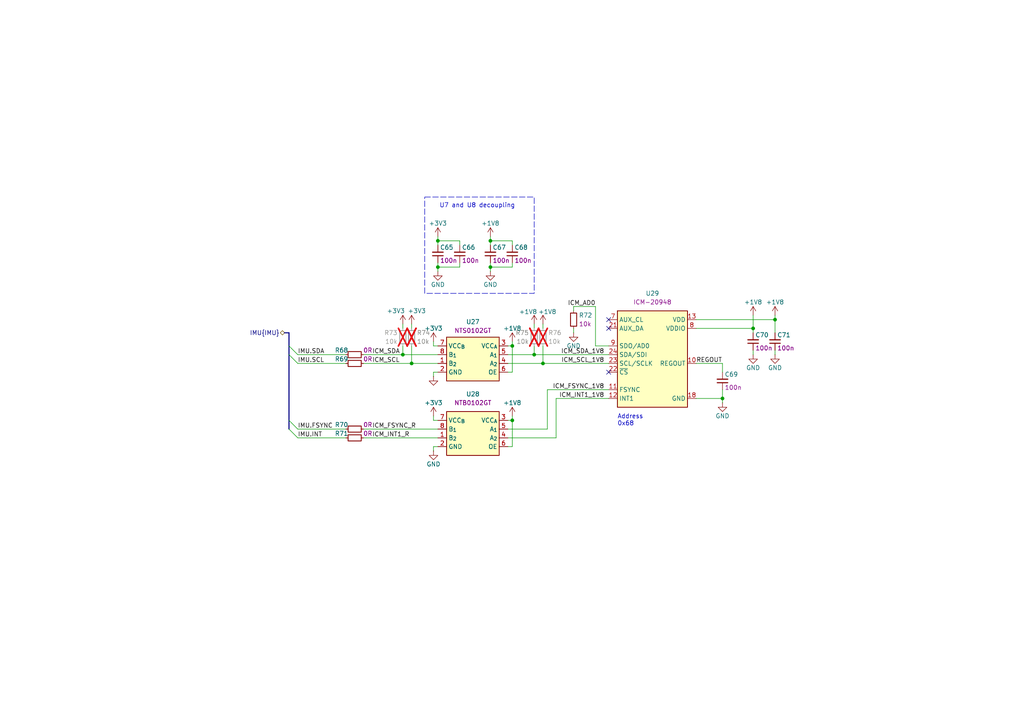
<source format=kicad_sch>
(kicad_sch (version 20231120) (generator "eeschema") (generator_version "8.0")
  (paper "A4")
  (lib_symbols
    (symbol "antmicroCapacitors0402:C_100n_0402" (pin_numbers hide) (pin_names hide)
      (property "Reference" "C" (at 20.32 -5.08 0))
      (property "Val" "100n" (at 20.32 -7.62 0))
      (symbol "C_100n_0402_0_1"
        (polyline (pts (xy 2.032 -1.524) (xy 2.032 1.524)) (stroke (width 0.3048)))
        (polyline (pts (xy 3.048 -1.524) (xy 3.048 1.524)) (stroke (width 0.3302)))
      )
      (symbol "C_100n_0402_1_1"
        (pin passive line (at 0 0 0) (length 2.032) (name "~") (number "1"))
        (pin passive line (at 5.08 0 180) (length 2.032) (name "~") (number "2"))
      )
    )
    (symbol "antmicroLogicTranslatorsLevelShifters:NTB0102_XSON"
      (property "Reference" "U" (at 35.56 -2.54 0))
      (property "MPN" "NTB0102GT" (at 35.56 -5.08 0))
      (symbol "NTB0102_XSON_1_1"
        (rectangle (start 2.54 2.54) (end 17.78 -10.16) (stroke (width 0.254)) (fill (type background)))
        (pin bidirectional line (at 20.32 -5.08 180) (length 2.54) (name "B_{2}") (number "1"))
        (pin power_in line (at 20.32 -7.62 180) (length 2.54) (name "GND") (number "2"))
        (pin power_in line (at 0 0 0) (length 2.54) (name "VCC_{A}") (number "3"))
        (pin bidirectional line (at 0 -5.08 0) (length 2.54) (name "A_{2}") (number "4"))
        (pin bidirectional line (at 0 -2.54 0) (length 2.54) (name "A_{1}") (number "5"))
        (pin input line (at 0 -7.62 0) (length 2.54) (name "OE") (number "6"))
        (pin power_in line (at 20.32 0 180) (length 2.54) (name "VCC_{B}") (number "7"))
        (pin bidirectional line (at 20.32 -2.54 180) (length 2.54) (name "B_{1}") (number "8"))
      )
    )
    (symbol "antmicroLogicTranslatorsLevelShifters:NTS0102_XSON"
      (property "Reference" "U" (at 35.56 -2.54 0))
      (property "MPN" "NTS0102GT" (at 35.56 -5.08 0))
      (symbol "NTS0102_XSON_1_1"
        (rectangle (start 2.54 2.54) (end 17.78 -10.16) (stroke (width 0.254)) (fill (type background)))
        (pin bidirectional line (at 20.32 -5.08 180) (length 2.54) (name "B_{2}") (number "1"))
        (pin power_in line (at 20.32 -7.62 180) (length 2.54) (name "GND") (number "2"))
        (pin power_in line (at 0 0 0) (length 2.54) (name "VCC_{A}") (number "3"))
        (pin bidirectional line (at 0 -5.08 0) (length 2.54) (name "A_{2}") (number "4"))
        (pin bidirectional line (at 0 -2.54 0) (length 2.54) (name "A_{1}") (number "5"))
        (pin input line (at 0 -7.62 0) (length 2.54) (name "OE") (number "6"))
        (pin power_in line (at 20.32 0 180) (length 2.54) (name "VCC_{B}") (number "7"))
        (pin bidirectional line (at 20.32 -2.54 180) (length 2.54) (name "B_{1}") (number "8"))
      )
    )
    (symbol "antmicroMotionSensorsIMUsInertialMeasurementUnits:ICM-20948"
      (property "Reference" "U" (at 38.1 -5.08 0))
      (property "MPN" "ICM-20948" (at 38.1 -17.78 0))
      (symbol "ICM-20948_1_1"
        (rectangle (start 2.54 2.54) (end 22.86 -25.4) (stroke (width 0.254)) (fill (type background)))
        (pin no_connect line (at 2.54 -5.08 0) (length 2.54) hide (name "NC") (number "1"))
        (pin passive line (at 25.4 -12.7 180) (length 2.54) (name "REGOUT") (number "10"))
        (pin input line (at 0 -20.32 0) (length 2.54) (name "FSYNC") (number "11"))
        (pin output line (at 0 -22.86 0) (length 2.54) (name "INT1") (number "12"))
        (pin power_in line (at 25.4 0 180) (length 2.54) (name "VDD") (number "13"))
        (pin no_connect line (at 22.86 -20.32 180) (length 2.54) hide (name "NC") (number "14"))
        (pin no_connect line (at 15.24 2.54 270) (length 2.54) hide (name "NC") (number "15"))
        (pin no_connect line (at 12.7 2.54 270) (length 2.54) hide (name "NC") (number "16"))
        (pin no_connect line (at 10.16 2.54 270) (length 2.54) hide (name "NC") (number "17"))
        (pin power_in line (at 25.4 -22.86 180) (length 2.54) (name "GND") (number "18"))
        (pin no_connect line (at 2.54 -17.78 0) (length 2.54) hide (name "RESV") (number "19"))
        (pin no_connect line (at 22.86 -5.08 180) (length 2.54) hide (name "NC") (number "2"))
        (pin passive line (at 25.4 -22.86 180) (length 2.54) hide (name "GND") (number "20"))
        (pin bidirectional line (at 0 -2.54 0) (length 2.54) (name "AUX_DA") (number "21"))
        (pin input line (at 0 -15.24 0) (length 2.54) (name "~{CS}") (number "22"))
        (pin input line (at 0 -12.7 0) (length 2.54) (name "SCL/SCLK") (number "23"))
        (pin bidirectional line (at 0 -10.16 0) (length 2.54) (name "SDA/SDI") (number "24"))
        (pin no_connect line (at 22.86 -7.62 180) (length 2.54) hide (name "NC") (number "3"))
        (pin no_connect line (at 22.86 -15.24 180) (length 2.54) hide (name "NC") (number "4"))
        (pin no_connect line (at 22.86 -10.16 180) (length 2.54) hide (name "NC") (number "5"))
        (pin no_connect line (at 22.86 -17.78 180) (length 2.54) hide (name "NC") (number "6"))
        (pin output line (at 0 0 0) (length 2.54) (name "AUX_CL") (number "7"))
        (pin power_in line (at 25.4 -2.54 180) (length 2.54) (name "VDDIO") (number "8"))
        (pin bidirectional line (at 0 -7.62 0) (length 2.54) (name "SDO/AD0") (number "9"))
      )
    )
    (symbol "antmicroResistors0402:R_0R_0402" (pin_numbers hide) (pin_names hide)
      (property "Reference" "R" (at 20.32 -5.08 0))
      (property "Val" "0R" (at 20.32 -7.62 0))
      (symbol "R_0R_0402_0_1"
        (rectangle (start 0.635 0.889) (end 4.445 -0.889) (stroke (width 0.254)))
      )
      (symbol "R_0R_0402_1_1"
        (pin passive line (at 0 0 0) (length 0.635) (name "~") (number "1"))
        (pin passive line (at 5.08 0 180) (length 0.635) (name "~") (number "2"))
      )
    )
    (symbol "antmicroResistors0402:R_10k_0402" (pin_numbers hide) (pin_names hide)
      (property "Reference" "R" (at 20.32 -5.08 0))
      (property "Val" "10k" (at 20.32 -7.62 0))
      (symbol "R_10k_0402_0_1"
        (rectangle (start 0.635 0.889) (end 4.445 -0.889) (stroke (width 0.254)))
      )
      (symbol "R_10k_0402_1_1"
        (pin passive line (at 0 0 0) (length 0.635) (name "~") (number "1"))
        (pin passive line (at 5.08 0 180) (length 0.635) (name "~") (number "2"))
      )
    )
    (symbol "antmicropower:+3V3" (power) (pin_numbers hide) (pin_names hide)
      (property "Value" "+3V3" (at -3.175 2.54 0))
      (symbol "+3V3_0_1"
        (polyline (pts (xy 0 0) (xy 0 2.54)))
        (polyline (pts (xy 0 2.54) (xy -0.762 1.27)))
        (polyline (pts (xy 0 2.54) (xy 0.762 1.27)))
      )
      (symbol "+3V3_1_1"
        (pin power_in line (at 0 0 90) (length 0) hide (name "+3V3") (number "1"))
      )
    )
    (symbol "antmicropower:GND" (power) (pin_numbers hide) (pin_names hide)
      (property "Value" "GND" (at 8.89 -5.08 0))
      (symbol "GND_1_1"
        (polyline (pts (xy 0 0) (xy 0 -1.27) (xy 1.27 -1.27) (xy 0 -2.54) (xy -1.27 -1.27) (xy 0 -1.27)))
        (pin power_in line (at 0 0 270) (length 0) (name "GND") (number "1"))
      )
    )
  )
  (bus_alias "IMU" (members "SCL" "SDA" "FSYNC" "INT"))
  (junction (at 127 69.85))
  (junction (at 157.48 105.41))
  (junction (at 116.84 102.87))
  (junction (at 142.24 69.85))
  (junction (at 148.59 121.92))
  (junction (at 218.44 95.25))
  (junction (at 142.24 77.47))
  (junction (at 119.38 105.41))
  (junction (at 148.59 100.33))
  (junction (at 224.79 92.71))
  (junction (at 154.94 102.87))
  (junction (at 209.55 115.57))
  (junction (at 127 77.47))
  (no_connect (at 176.53 107.95))
  (no_connect (at 176.53 92.71))
  (no_connect (at 176.53 95.25))
  (bus_entry (at 83.82 124.46) (size 2.54 2.54))
  (bus_entry (at 83.82 121.92) (size 2.54 2.54))
  (bus_entry (at 83.82 100.33) (size 2.54 2.54))
  (bus_entry (at 83.82 102.87) (size 2.54 2.54))
  (wire (pts (xy 166.37 88.9) (xy 166.37 90.17)))
  (bus (pts (xy 82.55 96.52) (xy 83.82 96.52)))
  (wire (pts (xy 127 129.54) (xy 125.73 129.54)))
  (wire (pts (xy 127 77.47) (xy 133.35 77.47)))
  (wire (pts (xy 218.44 95.25) (xy 218.44 96.52)))
  (wire (pts (xy 148.59 100.33) (xy 148.59 107.95)))
  (bus (pts (xy 83.82 100.33) (xy 83.82 102.87)))
  (wire (pts (xy 209.55 105.41) (xy 201.93 105.41)))
  (wire (pts (xy 125.73 120.65) (xy 125.73 121.92)))
  (wire (pts (xy 86.36 102.87) (xy 100.33 102.87)))
  (wire (pts (xy 161.29 127) (xy 161.29 115.57)))
  (wire (pts (xy 127 69.85) (xy 127 71.12)))
  (wire (pts (xy 201.93 115.57) (xy 209.55 115.57)))
  (wire (pts (xy 148.59 120.65) (xy 148.59 121.92)))
  (wire (pts (xy 148.59 77.47) (xy 148.59 76.2)))
  (wire (pts (xy 86.36 127) (xy 100.33 127)))
  (wire (pts (xy 127 107.95) (xy 125.73 107.95)))
  (wire (pts (xy 148.59 69.85) (xy 148.59 71.12)))
  (wire (pts (xy 209.55 115.57) (xy 209.55 116.84)))
  (wire (pts (xy 142.24 77.47) (xy 148.59 77.47)))
  (wire (pts (xy 209.55 113.03) (xy 209.55 115.57)))
  (wire (pts (xy 147.32 124.46) (xy 158.75 124.46)))
  (wire (pts (xy 148.59 121.92) (xy 148.59 129.54)))
  (wire (pts (xy 86.36 105.41) (xy 100.33 105.41)))
  (bus (pts (xy 83.82 102.87) (xy 83.82 121.92)))
  (wire (pts (xy 125.73 99.06) (xy 125.73 100.33)))
  (wire (pts (xy 142.24 77.47) (xy 142.24 78.74)))
  (wire (pts (xy 201.93 92.71) (xy 224.79 92.71)))
  (wire (pts (xy 148.59 107.95) (xy 147.32 107.95)))
  (wire (pts (xy 127 68.58) (xy 127 69.85)))
  (wire (pts (xy 116.84 93.98) (xy 116.84 95.25)))
  (wire (pts (xy 157.48 100.33) (xy 157.48 105.41)))
  (wire (pts (xy 105.41 105.41) (xy 119.38 105.41)))
  (wire (pts (xy 157.48 105.41) (xy 176.53 105.41)))
  (wire (pts (xy 119.38 93.98) (xy 119.38 95.25)))
  (wire (pts (xy 172.72 100.33) (xy 176.53 100.33)))
  (wire (pts (xy 142.24 68.58) (xy 142.24 69.85)))
  (wire (pts (xy 127 77.47) (xy 127 78.74)))
  (bus (pts (xy 83.82 121.92) (xy 83.82 124.46)))
  (wire (pts (xy 209.55 107.95) (xy 209.55 105.41)))
  (wire (pts (xy 161.29 115.57) (xy 176.53 115.57)))
  (wire (pts (xy 142.24 76.2) (xy 142.24 77.47)))
  (wire (pts (xy 218.44 91.44) (xy 218.44 95.25)))
  (wire (pts (xy 127 76.2) (xy 127 77.47)))
  (wire (pts (xy 148.59 121.92) (xy 147.32 121.92)))
  (wire (pts (xy 133.35 77.47) (xy 133.35 76.2)))
  (wire (pts (xy 201.93 95.25) (xy 218.44 95.25)))
  (wire (pts (xy 154.94 100.33) (xy 154.94 102.87)))
  (wire (pts (xy 148.59 129.54) (xy 147.32 129.54)))
  (wire (pts (xy 86.36 124.46) (xy 100.33 124.46)))
  (wire (pts (xy 142.24 69.85) (xy 148.59 69.85)))
  (wire (pts (xy 157.48 93.98) (xy 157.48 95.25)))
  (wire (pts (xy 147.32 127) (xy 161.29 127)))
  (bus (pts (xy 83.82 96.52) (xy 83.82 100.33)))
  (wire (pts (xy 147.32 102.87) (xy 154.94 102.87)))
  (wire (pts (xy 125.73 121.92) (xy 127 121.92)))
  (wire (pts (xy 166.37 95.25) (xy 166.37 96.52)))
  (wire (pts (xy 105.41 102.87) (xy 116.84 102.87)))
  (wire (pts (xy 148.59 100.33) (xy 147.32 100.33)))
  (wire (pts (xy 116.84 102.87) (xy 127 102.87)))
  (wire (pts (xy 125.73 129.54) (xy 125.73 130.81)))
  (wire (pts (xy 154.94 102.87) (xy 176.53 102.87)))
  (wire (pts (xy 105.41 124.46) (xy 127 124.46)))
  (wire (pts (xy 218.44 102.87) (xy 218.44 101.6)))
  (wire (pts (xy 147.32 105.41) (xy 157.48 105.41)))
  (wire (pts (xy 224.79 92.71) (xy 224.79 96.52)))
  (wire (pts (xy 133.35 69.85) (xy 133.35 71.12)))
  (wire (pts (xy 119.38 105.41) (xy 127 105.41)))
  (wire (pts (xy 116.84 100.33) (xy 116.84 102.87)))
  (wire (pts (xy 172.72 100.33) (xy 172.72 88.9)))
  (wire (pts (xy 142.24 69.85) (xy 142.24 71.12)))
  (wire (pts (xy 105.41 127) (xy 127 127)))
  (wire (pts (xy 224.79 91.44) (xy 224.79 92.71)))
  (wire (pts (xy 148.59 99.06) (xy 148.59 100.33)))
  (wire (pts (xy 154.94 93.98) (xy 154.94 95.25)))
  (wire (pts (xy 125.73 107.95) (xy 125.73 109.22)))
  (wire (pts (xy 224.79 102.87) (xy 224.79 101.6)))
  (wire (pts (xy 125.73 100.33) (xy 127 100.33)))
  (wire (pts (xy 158.75 113.03) (xy 158.75 124.46)))
  (wire (pts (xy 158.75 113.03) (xy 176.53 113.03)))
  (wire (pts (xy 166.37 88.9) (xy 172.72 88.9)))
  (wire (pts (xy 127 69.85) (xy 133.35 69.85)))
  (wire (pts (xy 119.38 100.33) (xy 119.38 105.41)))
  (rectangle (start 123.19 57.15) (end 154.94 85.09) (stroke (width 0) (type dash)))
  (text "U7 and U8 decoupling" (at 138.43 59.69 0) (effects (font (size 1.27 1.27))))
  (text "Address\n0x68" (at 179.07 121.92 0) (effects (font (size 1.27 1.27)) (justify left)))
  (label "ICM_AD0" (at 172.72 88.9 180))
  (label "ICM_SDA" (at 107.95 102.87 0))
  (label "REGOUT" (at 201.93 105.41 0))
  (label "IMU.SDA" (at 86.36 102.87 0))
  (label "ICM_SCL" (at 107.95 105.41 0))
  (label "IMU.FSYNC" (at 86.36 124.46 0))
  (label "ICM_INT1_R" (at 107.95 127 0))
  (label "ICM_FSYNC_1V8" (at 175.26 113.03 180))
  (label "ICM_SCL_1V8" (at 175.26 105.41 180))
  (label "ICM_INT1_1V8" (at 175.26 115.57 180))
  (label "IMU.SCL" (at 86.36 105.41 0))
  (label "ICM_FSYNC_R" (at 107.95 124.46 0))
  (label "ICM_SDA_1V8" (at 175.26 102.87 180))
  (label "IMU.INT" (at 86.36 127 0))
  (hierarchical_label "IMU{IMU}" (shape bidirectional) (at 82.55 96.52 180))
  (symbol (lib_id "antmicroCapacitors0402:C_100n_0402") (at 224.79 101.6 90) (unit 1)
    (property "Reference" "C71" (at 225.425 97.155 90) (effects (justify right)))
    (property "Value" "C_100n_0402" (effects (hide yes)))
    (property "Footprint" "antmicro-footprints:C_0402_1005Metric" (effects (hide yes)))
    (property "Datasheet" "https://www.murata.com/products/productdetail?partno=GRM155R61H104KE14%23" (effects (hide yes)))
    (property "Description" "SMD Multilayer Ceramic Capacitor, 0.1 µF, 50 V, 0402 [1005 Metric], ± 10%, X5R, GRM Series" (effects (hide yes)))
    (property "MPN" "GRM155R61H104KE14D" (effects (hide yes)))
    (property "Val" "100n" (at 225.425 100.965 90) (effects (justify right)))
    (property "Voltage" "50V" (effects (hide yes)))
    (property "Dielectric" "X5R" (effects (hide yes)))
    (property "Manufacturer" "Murata" (effects (hide yes)))
    (property "License" "Apache-2.0" (effects (hide yes)))
    (property "Author" "Antmicro" (effects (hide yes)))
  )
  (symbol (lib_id "antmicropower:GND") (at 125.73 130.81 0) (unit 1)
    (property "Reference" "#PWR0209" (effects (hide yes)))
    (property "Value" "GND" (at 125.73 134.62 0))
    (property "Author" "Antmicro" (effects (hide yes)))
    (property "License" "Apache-2.0" (effects (hide yes)))
  )
  (symbol (lib_id "antmicroCapacitors0402:C_100n_0402") (at 142.24 76.2 90) (unit 1)
    (property "Reference" "C67" (at 142.875 71.755 90) (effects (justify right)))
    (property "Value" "C_100n_0402" (effects (hide yes)))
    (property "Footprint" "antmicro-footprints:C_0402_1005Metric" (effects (hide yes)))
    (property "Datasheet" "https://www.murata.com/products/productdetail?partno=GRM155R61H104KE14%23" (effects (hide yes)))
    (property "Description" "SMD Multilayer Ceramic Capacitor, 0.1 µF, 50 V, 0402 [1005 Metric], ± 10%, X5R, GRM Series" (effects (hide yes)))
    (property "MPN" "GRM155R61H104KE14D" (effects (hide yes)))
    (property "Val" "100n" (at 142.875 75.565 90) (effects (justify right)))
    (property "Voltage" "50V" (effects (hide yes)))
    (property "Dielectric" "X5R" (effects (hide yes)))
    (property "Manufacturer" "Murata" (effects (hide yes)))
    (property "License" "Apache-2.0" (effects (hide yes)))
    (property "Author" "Antmicro" (effects (hide yes)))
  )
  (symbol (lib_id "antmicropower:+3V3") (at 218.44 91.44 0) (unit 1)
    (property "Reference" "#PWR0214" (effects (hide yes)))
    (property "Value" "+1V8" (at 218.44 87.63 0))
    (property "Author" "Antmicro" (effects (hide yes)))
    (property "License" "Apache-2.0" (effects (hide yes)))
  )
  (symbol (lib_id "antmicroCapacitors0402:C_100n_0402") (at 133.35 76.2 90) (unit 1)
    (property "Reference" "C66" (at 133.985 71.755 90) (effects (justify right)))
    (property "Value" "C_100n_0402" (effects (hide yes)))
    (property "Footprint" "antmicro-footprints:C_0402_1005Metric" (effects (hide yes)))
    (property "Datasheet" "https://www.murata.com/products/productdetail?partno=GRM155R61H104KE14%23" (effects (hide yes)))
    (property "Description" "SMD Multilayer Ceramic Capacitor, 0.1 µF, 50 V, 0402 [1005 Metric], ± 10%, X5R, GRM Series" (effects (hide yes)))
    (property "MPN" "GRM155R61H104KE14D" (effects (hide yes)))
    (property "Val" "100n" (at 133.985 75.565 90) (effects (justify right)))
    (property "Voltage" "50V" (effects (hide yes)))
    (property "Dielectric" "X5R" (effects (hide yes)))
    (property "Manufacturer" "Murata" (effects (hide yes)))
    (property "License" "Apache-2.0" (effects (hide yes)))
    (property "Author" "Antmicro" (effects (hide yes)))
  )
  (symbol (lib_id "antmicropower:GND") (at 127 78.74 0) (unit 1)
    (property "Reference" "#PWR0203" (effects (hide yes)))
    (property "Value" "GND" (at 127 82.55 0))
    (property "Author" "Antmicro" (effects (hide yes)))
    (property "License" "Apache-2.0" (effects (hide yes)))
  )
  (symbol (lib_id "antmicropower:+3V3") (at 142.24 68.58 0) (unit 1)
    (property "Reference" "#PWR0204" (effects (hide yes)))
    (property "Value" "+1V8" (at 142.24 64.77 0))
    (property "Author" "Antmicro" (effects (hide yes)))
    (property "License" "Apache-2.0" (effects (hide yes)))
  )
  (symbol (lib_id "antmicropower:+3V3") (at 125.73 99.06 0) (unit 1)
    (property "Reference" "#PWR0206" (effects (hide yes)))
    (property "Value" "+3V3" (at 125.73 95.25 0))
    (property "Author" "Antmicro" (effects (hide yes)))
    (property "License" "Apache-2.0" (effects (hide yes)))
  )
  (symbol (lib_id "antmicropower:GND") (at 142.24 78.74 0) (unit 1)
    (property "Reference" "#PWR0205" (effects (hide yes)))
    (property "Value" "GND" (at 142.24 82.55 0))
    (property "Author" "Antmicro" (effects (hide yes)))
    (property "License" "Apache-2.0" (effects (hide yes)))
  )
  (symbol (lib_id "antmicropower:+3V3") (at 116.84 93.98 0) (unit 1)
    (property "Reference" "#PWR0221" (effects (hide yes)))
    (property "Value" "+3V3" (at 114.808 90.17 0))
    (property "Author" "Antmicro" (effects (hide yes)))
    (property "License" "Apache-2.0" (effects (hide yes)))
  )
  (symbol (lib_id "antmicropower:+3V3") (at 148.59 120.65 0) (unit 1)
    (property "Reference" "#PWR0211" (effects (hide yes)))
    (property "Value" "+1V8" (at 148.59 116.84 0))
    (property "Author" "Antmicro" (effects (hide yes)))
    (property "License" "Apache-2.0" (effects (hide yes)))
  )
  (symbol (lib_id "antmicroCapacitors0402:C_100n_0402") (at 127 76.2 90) (unit 1)
    (property "Reference" "C65" (at 127.635 71.755 90) (effects (justify right)))
    (property "Value" "C_100n_0402" (effects (hide yes)))
    (property "Footprint" "antmicro-footprints:C_0402_1005Metric" (effects (hide yes)))
    (property "Datasheet" "https://www.murata.com/products/productdetail?partno=GRM155R61H104KE14%23" (effects (hide yes)))
    (property "Description" "SMD Multilayer Ceramic Capacitor, 0.1 µF, 50 V, 0402 [1005 Metric], ± 10%, X5R, GRM Series" (effects (hide yes)))
    (property "MPN" "GRM155R61H104KE14D" (effects (hide yes)))
    (property "Val" "100n" (at 127.635 75.565 90) (effects (justify right)))
    (property "Voltage" "50V" (effects (hide yes)))
    (property "Dielectric" "X5R" (effects (hide yes)))
    (property "Manufacturer" "Murata" (effects (hide yes)))
    (property "License" "Apache-2.0" (effects (hide yes)))
    (property "Author" "Antmicro" (effects (hide yes)))
  )
  (symbol (lib_id "antmicropower:GND") (at 209.55 116.84 0) (unit 1)
    (property "Reference" "#PWR0213" (effects (hide yes)))
    (property "Value" "GND" (at 209.55 120.65 0))
    (property "Author" "Antmicro" (effects (hide yes)))
    (property "License" "Apache-2.0" (effects (hide yes)))
  )
  (symbol (lib_id "antmicroResistors0402:R_0R_0402") (at 100.33 124.46 0) (unit 1)
    (property "Reference" "R70" (at 99.06 123.19 0))
    (property "Value" "R_0R_0402" (effects (hide yes)))
    (property "Footprint" "antmicro-footprints:R_0402_1005Metric" (effects (hide yes)))
    (property "Datasheet" "https://industrial.panasonic.com/cdbs/www-data/pdf/RDA0000/AOA0000C301.pdf" (effects (hide yes)))
    (property "Description" "SMD Chip Resistor, Jumper, 0 ohm, 100 mW, 0402 [1005 Metric], Thick Film, General Purpose" (effects (hide yes)))
    (property "MPN" "ERJ2GE0R00X" (effects (hide yes)))
    (property "Manufacturer" "Panasonic" (effects (hide yes)))
    (property "License" "Apache-2.0" (effects (hide yes)))
    (property "Author" "Antmicro" (effects (hide yes)))
    (property "Val" "0R" (at 106.68 123.19 0))
    (property "Current" "1A" (effects (hide yes)))
  )
  (symbol (lib_id "antmicropower:+3V3") (at 224.79 91.44 0) (unit 1)
    (property "Reference" "#PWR0216" (effects (hide yes)))
    (property "Value" "+1V8" (at 224.79 87.63 0))
    (property "Author" "Antmicro" (effects (hide yes)))
    (property "License" "Apache-2.0" (effects (hide yes)))
  )
  (symbol (lib_id "antmicroResistors0402:R_0R_0402") (at 100.33 102.87 0) (unit 1)
    (property "Reference" "R68" (at 99.06 101.6 0))
    (property "Value" "R_0R_0402" (effects (hide yes)))
    (property "Footprint" "antmicro-footprints:R_0402_1005Metric" (effects (hide yes)))
    (property "Datasheet" "https://industrial.panasonic.com/cdbs/www-data/pdf/RDA0000/AOA0000C301.pdf" (effects (hide yes)))
    (property "Description" "SMD Chip Resistor, Jumper, 0 ohm, 100 mW, 0402 [1005 Metric], Thick Film, General Purpose" (effects (hide yes)))
    (property "MPN" "ERJ2GE0R00X" (effects (hide yes)))
    (property "Manufacturer" "Panasonic" (effects (hide yes)))
    (property "License" "Apache-2.0" (effects (hide yes)))
    (property "Author" "Antmicro" (effects (hide yes)))
    (property "Val" "0R" (at 106.68 101.6 0))
    (property "Current" "1A" (effects (hide yes)))
  )
  (symbol (lib_id "antmicropower:+3V3") (at 119.38 93.98 0) (unit 1)
    (property "Reference" "#PWR0222" (effects (hide yes)))
    (property "Value" "+3V3" (at 120.904 90.17 0))
    (property "Author" "Antmicro" (effects (hide yes)))
    (property "License" "Apache-2.0" (effects (hide yes)))
  )
  (symbol (lib_id "antmicroCapacitors0402:C_100n_0402") (at 148.59 76.2 90) (unit 1)
    (property "Reference" "C68" (at 149.225 71.755 90) (effects (justify right)))
    (property "Value" "C_100n_0402" (effects (hide yes)))
    (property "Footprint" "antmicro-footprints:C_0402_1005Metric" (effects (hide yes)))
    (property "Datasheet" "https://www.murata.com/products/productdetail?partno=GRM155R61H104KE14%23" (effects (hide yes)))
    (property "Description" "SMD Multilayer Ceramic Capacitor, 0.1 µF, 50 V, 0402 [1005 Metric], ± 10%, X5R, GRM Series" (effects (hide yes)))
    (property "MPN" "GRM155R61H104KE14D" (effects (hide yes)))
    (property "Val" "100n" (at 149.225 75.565 90) (effects (justify right)))
    (property "Voltage" "50V" (effects (hide yes)))
    (property "Dielectric" "X5R" (effects (hide yes)))
    (property "Manufacturer" "Murata" (effects (hide yes)))
    (property "License" "Apache-2.0" (effects (hide yes)))
    (property "Author" "Antmicro" (effects (hide yes)))
  )
  (symbol (lib_id "antmicroResistors0402:R_10k_0402") (at 166.37 90.17 270) (unit 1)
    (property "Reference" "R72" (at 167.894 91.44 90) (effects (justify left)))
    (property "Value" "R_10k_0402" (effects (hide yes)))
    (property "Footprint" "antmicro-footprints:R_0402_1005Metric" (effects (hide yes)))
    (property "Datasheet" "https://www.bourns.com/docs/product-datasheets/cr.pdf" (effects (hide yes)))
    (property "Description" "SMD Chip Resistor, 10 kohm, ± 1%, 62.5 mW, 0402 [1005 Metric], Thick Film, General Purpose" (effects (hide yes)))
    (property "MPN" "CR0402-FX-1002GLF" (effects (hide yes)))
    (property "Manufacturer" "Bourns" (effects (hide yes)))
    (property "License" "Apache-2.0" (effects (hide yes)))
    (property "Author" "Antmicro" (effects (hide yes)))
    (property "Val" "10k" (at 167.894 93.98 90) (effects (justify left)))
    (property "Tolerance" "1%" (effects (hide yes)))
  )
  (symbol (lib_id "antmicropower:+3V3") (at 157.48 93.98 0) (unit 1)
    (property "Reference" "#PWR0220" (effects (hide yes)))
    (property "Value" "+1V8" (at 158.75 90.424 0))
    (property "Author" "Antmicro" (effects (hide yes)))
    (property "License" "Apache-2.0" (effects (hide yes)))
  )
  (symbol (lib_id "antmicroLogicTranslatorsLevelShifters:NTS0102_XSON") (at 147.32 100.33 0) (mirror y) (unit 1)
    (property "Reference" "U27" (at 137.16 93.345 0))
    (property "Value" "NTS0102_XSON" (effects (hide yes)))
    (property "Footprint" "antmicro-footprints:XSON-8_1x1.95mm_P0.5mm" (effects (hide yes)))
    (property "Datasheet" "http://www.farnell.com/datasheets/1760723.pdf" (effects (hide yes)))
    (property "Description" "Transceiver, 1.65 V to 3.6 V, XSON-8" (effects (hide yes)))
    (property "MPN" "NTS0102GT" (at 137.16 95.885 0))
    (property "Manufacturer" "NXP" (effects (hide yes)))
    (property "Author" "Antmicro" (effects (hide yes)))
    (property "License" "Apache-2.0" (effects (hide yes)))
  )
  (symbol (lib_id "antmicroResistors0402:R_10k_0402") (at 154.94 95.25 90) (mirror x) (unit 1) (dnp yes)
    (property "Reference" "R75" (at 153.416 96.52 90) (effects (justify left)))
    (property "Value" "R_10k_0402" (effects (hide yes)))
    (property "Footprint" "antmicro-footprints:R_0402_1005Metric" (effects (hide yes)))
    (property "Datasheet" "https://www.bourns.com/docs/product-datasheets/cr.pdf" (effects (hide yes)))
    (property "Description" "SMD Chip Resistor, 10 kohm, ± 1%, 62.5 mW, 0402 [1005 Metric], Thick Film, General Purpose" (effects (hide yes)))
    (property "MPN" "CR0402-FX-1002GLF" (effects (hide yes)))
    (property "Manufacturer" "Bourns" (effects (hide yes)))
    (property "License" "Apache-2.0" (effects (hide yes)))
    (property "Author" "Antmicro" (effects (hide yes)))
    (property "Val" "10k" (at 153.416 99.06 90) (effects (justify left)))
    (property "Tolerance" "1%" (effects (hide yes)))
  )
  (symbol (lib_id "antmicroResistors0402:R_10k_0402") (at 157.48 95.25 270) (unit 1) (dnp yes)
    (property "Reference" "R76" (at 159.004 96.52 90) (effects (justify left)))
    (property "Value" "R_10k_0402" (effects (hide yes)))
    (property "Footprint" "antmicro-footprints:R_0402_1005Metric" (effects (hide yes)))
    (property "Datasheet" "https://www.bourns.com/docs/product-datasheets/cr.pdf" (effects (hide yes)))
    (property "Description" "SMD Chip Resistor, 10 kohm, ± 1%, 62.5 mW, 0402 [1005 Metric], Thick Film, General Purpose" (effects (hide yes)))
    (property "MPN" "CR0402-FX-1002GLF" (effects (hide yes)))
    (property "Manufacturer" "Bourns" (effects (hide yes)))
    (property "License" "Apache-2.0" (effects (hide yes)))
    (property "Author" "Antmicro" (effects (hide yes)))
    (property "Val" "10k" (at 159.004 99.06 90) (effects (justify left)))
    (property "Tolerance" "1%" (effects (hide yes)))
  )
  (symbol (lib_id "antmicroResistors0402:R_10k_0402") (at 119.38 95.25 270) (unit 1) (dnp yes)
    (property "Reference" "R74" (at 120.904 96.52 90) (effects (justify left)))
    (property "Value" "R_10k_0402" (effects (hide yes)))
    (property "Footprint" "antmicro-footprints:R_0402_1005Metric" (effects (hide yes)))
    (property "Datasheet" "https://www.bourns.com/docs/product-datasheets/cr.pdf" (effects (hide yes)))
    (property "Description" "SMD Chip Resistor, 10 kohm, ± 1%, 62.5 mW, 0402 [1005 Metric], Thick Film, General Purpose" (effects (hide yes)))
    (property "MPN" "CR0402-FX-1002GLF" (effects (hide yes)))
    (property "Manufacturer" "Bourns" (effects (hide yes)))
    (property "License" "Apache-2.0" (effects (hide yes)))
    (property "Author" "Antmicro" (effects (hide yes)))
    (property "Val" "10k" (at 120.904 99.06 90) (effects (justify left)))
    (property "Tolerance" "1%" (effects (hide yes)))
  )
  (symbol (lib_id "antmicroLogicTranslatorsLevelShifters:NTB0102_XSON") (at 147.32 121.92 0) (mirror y) (unit 1)
    (property "Reference" "U28" (at 137.16 114.3 0))
    (property "Value" "NTB0102_XSON" (effects (hide yes)))
    (property "Footprint" "antmicro-footprints:XSON-8_1x1.95mm_P0.5mm" (effects (hide yes)))
    (property "Datasheet" "https://www.nxp.com/docs/en/data-sheet/NTB0102.pdf" (effects (hide yes)))
    (property "Description" "Transceiver, 1.65 V to 3.6 V, XSON-8" (effects (hide yes)))
    (property "MPN" "NTB0102GT" (at 137.16 116.84 0))
    (property "Manufacturer" "NXP" (effects (hide yes)))
    (property "Author" "Antmicro" (effects (hide yes)))
    (property "License" "Apache-2.0" (effects (hide yes)))
  )
  (symbol (lib_id "antmicropower:GND") (at 125.73 109.22 0) (unit 1)
    (property "Reference" "#PWR0207" (effects (hide yes)))
    (property "Value" "GND" (effects (hide yes)))
    (property "Author" "Antmicro" (effects (hide yes)))
    (property "License" "Apache-2.0" (effects (hide yes)))
  )
  (symbol (lib_id "antmicropower:GND") (at 218.44 102.87 0) (unit 1)
    (property "Reference" "#PWR0215" (effects (hide yes)))
    (property "Value" "GND" (at 218.44 106.68 0))
    (property "Author" "Antmicro" (effects (hide yes)))
    (property "License" "Apache-2.0" (effects (hide yes)))
  )
  (symbol (lib_id "antmicropower:GND") (at 224.79 102.87 0) (unit 1)
    (property "Reference" "#PWR0217" (effects (hide yes)))
    (property "Value" "GND" (at 224.79 106.68 0))
    (property "Author" "Antmicro" (effects (hide yes)))
    (property "License" "Apache-2.0" (effects (hide yes)))
  )
  (symbol (lib_id "antmicropower:+3V3") (at 154.94 93.98 0) (unit 1)
    (property "Reference" "#PWR0219" (effects (hide yes)))
    (property "Value" "+1V8" (at 153.162 90.424 0))
    (property "Author" "Antmicro" (effects (hide yes)))
    (property "License" "Apache-2.0" (effects (hide yes)))
  )
  (symbol (lib_id "antmicroResistors0402:R_0R_0402") (at 100.33 127 0) (unit 1)
    (property "Reference" "R71" (at 99.06 125.73 0))
    (property "Value" "R_0R_0402" (effects (hide yes)))
    (property "Footprint" "antmicro-footprints:R_0402_1005Metric" (effects (hide yes)))
    (property "Datasheet" "https://industrial.panasonic.com/cdbs/www-data/pdf/RDA0000/AOA0000C301.pdf" (effects (hide yes)))
    (property "Description" "SMD Chip Resistor, Jumper, 0 ohm, 100 mW, 0402 [1005 Metric], Thick Film, General Purpose" (effects (hide yes)))
    (property "MPN" "ERJ2GE0R00X" (effects (hide yes)))
    (property "Manufacturer" "Panasonic" (effects (hide yes)))
    (property "License" "Apache-2.0" (effects (hide yes)))
    (property "Author" "Antmicro" (effects (hide yes)))
    (property "Val" "0R" (at 106.68 125.73 0))
    (property "Current" "1A" (effects (hide yes)))
  )
  (symbol (lib_id "antmicroCapacitors0402:C_100n_0402") (at 209.55 113.03 90) (unit 1)
    (property "Reference" "C69" (at 210.185 108.585 90) (effects (justify right)))
    (property "Value" "C_100n_0402" (effects (hide yes)))
    (property "Footprint" "antmicro-footprints:C_0402_1005Metric" (effects (hide yes)))
    (property "Datasheet" "https://www.murata.com/products/productdetail?partno=GRM155R61H104KE14%23" (effects (hide yes)))
    (property "Description" "SMD Multilayer Ceramic Capacitor, 0.1 µF, 50 V, 0402 [1005 Metric], ± 10%, X5R, GRM Series" (effects (hide yes)))
    (property "MPN" "GRM155R61H104KE14D" (effects (hide yes)))
    (property "Val" "100n" (at 210.185 112.395 90) (effects (justify right)))
    (property "Voltage" "50V" (effects (hide yes)))
    (property "Dielectric" "X5R" (effects (hide yes)))
    (property "Manufacturer" "Murata" (effects (hide yes)))
    (property "License" "Apache-2.0" (effects (hide yes)))
    (property "Author" "Antmicro" (effects (hide yes)))
  )
  (symbol (lib_id "antmicroResistors0402:R_10k_0402") (at 116.84 95.25 90) (mirror x) (unit 1) (dnp yes)
    (property "Reference" "R73" (at 115.316 96.52 90) (effects (justify left)))
    (property "Value" "R_10k_0402" (effects (hide yes)))
    (property "Footprint" "antmicro-footprints:R_0402_1005Metric" (effects (hide yes)))
    (property "Datasheet" "https://www.bourns.com/docs/product-datasheets/cr.pdf" (effects (hide yes)))
    (property "Description" "SMD Chip Resistor, 10 kohm, ± 1%, 62.5 mW, 0402 [1005 Metric], Thick Film, General Purpose" (effects (hide yes)))
    (property "MPN" "CR0402-FX-1002GLF" (effects (hide yes)))
    (property "Manufacturer" "Bourns" (effects (hide yes)))
    (property "License" "Apache-2.0" (effects (hide yes)))
    (property "Author" "Antmicro" (effects (hide yes)))
    (property "Val" "10k" (at 115.316 99.06 90) (effects (justify left)))
    (property "Tolerance" "1%" (effects (hide yes)))
  )
  (symbol (lib_id "antmicropower:+3V3") (at 127 68.58 0) (unit 1)
    (property "Reference" "#PWR0202" (effects (hide yes)))
    (property "Value" "+3V3" (at 127 64.77 0))
    (property "Author" "Antmicro" (effects (hide yes)))
    (property "License" "Apache-2.0" (effects (hide yes)))
  )
  (symbol (lib_id "antmicropower:+3V3") (at 148.59 99.06 0) (unit 1)
    (property "Reference" "#PWR0210" (effects (hide yes)))
    (property "Value" "+1V8" (at 148.59 95.25 0))
    (property "Author" "Antmicro" (effects (hide yes)))
    (property "License" "Apache-2.0" (effects (hide yes)))
  )
  (symbol (lib_id "antmicroMotionSensorsIMUsInertialMeasurementUnits:ICM-20948") (at 176.53 92.71 0) (unit 1)
    (property "Reference" "U29" (at 189.23 85.09 0))
    (property "Value" "ICM-20948" (effects (hide yes)))
    (property "Footprint" "antmicro-footprints:InvenSense_QFN-24_3x3mm_P0.4mm" (effects (hide yes)))
    (property "Datasheet" "http://www.invensense.com/wp-content/uploads/2016/06/DS-000189-ICM-20948-v1.3.pdf" (effects (hide yes)))
    (property "Description" "MEMS Module, MotionTracking Series, 9-Axis Device, ±16g, 1.71 V to 3.6 V, QFN-24" (effects (hide yes)))
    (property "Manufacturer" "TDK" (effects (hide yes)))
    (property "MPN" "ICM-20948" (at 189.23 87.63 0))
    (property "Author" "Antmicro" (effects (hide yes)))
    (property "License" "Apache-2.0" (effects (hide yes)))
  )
  (symbol (lib_id "antmicropower:GND") (at 166.37 96.52 0) (unit 1)
    (property "Reference" "#PWR0212" (effects (hide yes)))
    (property "Value" "GND" (at 166.37 100.33 0))
    (property "Author" "Antmicro" (effects (hide yes)))
    (property "License" "Apache-2.0" (effects (hide yes)))
  )
  (symbol (lib_id "antmicroCapacitors0402:C_100n_0402") (at 218.44 101.6 90) (unit 1)
    (property "Reference" "C70" (at 219.075 97.155 90) (effects (justify right)))
    (property "Value" "C_100n_0402" (effects (hide yes)))
    (property "Footprint" "antmicro-footprints:C_0402_1005Metric" (effects (hide yes)))
    (property "Datasheet" "https://www.murata.com/products/productdetail?partno=GRM155R61H104KE14%23" (effects (hide yes)))
    (property "Description" "SMD Multilayer Ceramic Capacitor, 0.1 µF, 50 V, 0402 [1005 Metric], ± 10%, X5R, GRM Series" (effects (hide yes)))
    (property "MPN" "GRM155R61H104KE14D" (effects (hide yes)))
    (property "Val" "100n" (at 219.075 100.965 90) (effects (justify right)))
    (property "Voltage" "50V" (effects (hide yes)))
    (property "Dielectric" "X5R" (effects (hide yes)))
    (property "Manufacturer" "Murata" (effects (hide yes)))
    (property "License" "Apache-2.0" (effects (hide yes)))
    (property "Author" "Antmicro" (effects (hide yes)))
  )
  (symbol (lib_id "antmicropower:+3V3") (at 125.73 120.65 0) (unit 1)
    (property "Reference" "#PWR0208" (effects (hide yes)))
    (property "Value" "+3V3" (at 125.73 116.84 0))
    (property "Author" "Antmicro" (effects (hide yes)))
    (property "License" "Apache-2.0" (effects (hide yes)))
  )
  (symbol (lib_id "antmicroResistors0402:R_0R_0402") (at 100.33 105.41 0) (unit 1)
    (property "Reference" "R69" (at 99.06 104.14 0))
    (property "Value" "R_0R_0402" (effects (hide yes)))
    (property "Footprint" "antmicro-footprints:R_0402_1005Metric" (effects (hide yes)))
    (property "Datasheet" "https://industrial.panasonic.com/cdbs/www-data/pdf/RDA0000/AOA0000C301.pdf" (effects (hide yes)))
    (property "Description" "SMD Chip Resistor, Jumper, 0 ohm, 100 mW, 0402 [1005 Metric], Thick Film, General Purpose" (effects (hide yes)))
    (property "MPN" "ERJ2GE0R00X" (effects (hide yes)))
    (property "Manufacturer" "Panasonic" (effects (hide yes)))
    (property "License" "Apache-2.0" (effects (hide yes)))
    (property "Author" "Antmicro" (effects (hide yes)))
    (property "Val" "0R" (at 106.68 104.14 0))
    (property "Current" "1A" (effects (hide yes)))
  )
)
</source>
